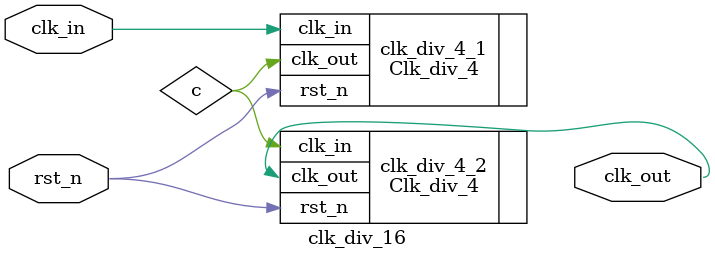
<source format=sv>
`timescale 1ns / 1ps

module clk_div_16(
    input clk_in,
    input rst_n,
    output logic clk_out
    );
    
    logic c;
    
    Clk_div_4 clk_div_4_1(.clk_in(clk_in), .clk_out(c), .rst_n(rst_n));
    Clk_div_4 clk_div_4_2(.clk_in(c), .clk_out(clk_out), .rst_n(rst_n));

endmodule

</source>
